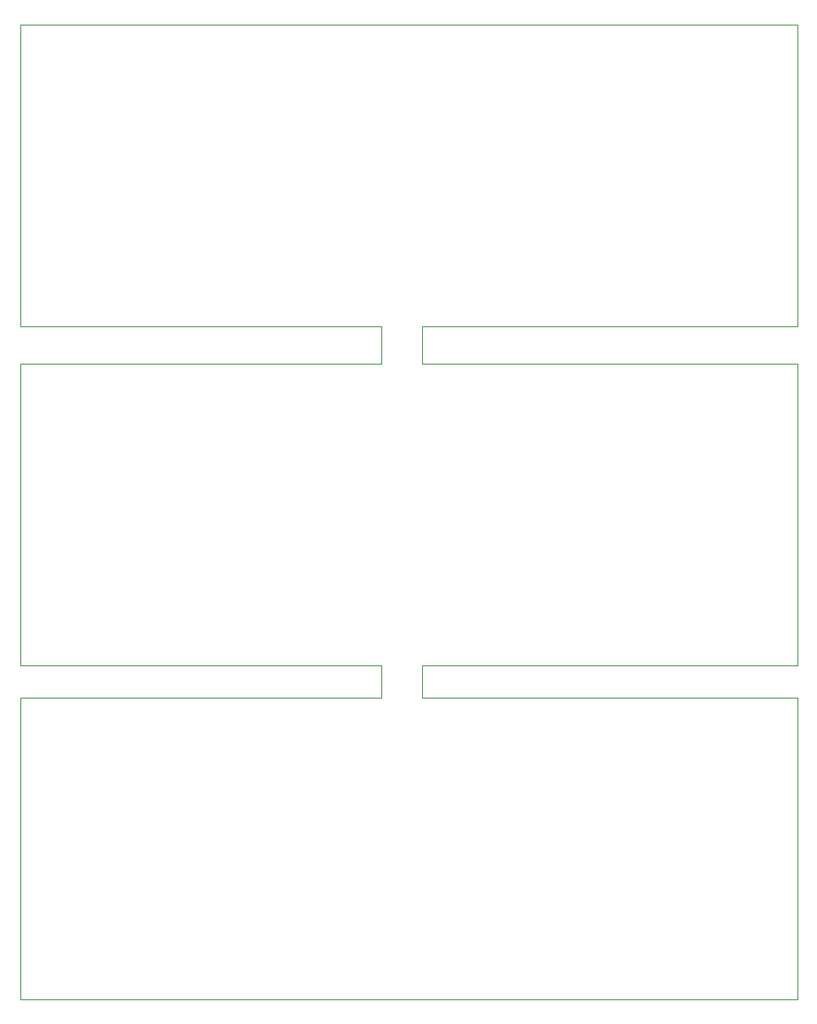
<source format=gbr>
G04 #@! TF.FileFunction,Profile,NP*
%FSLAX46Y46*%
G04 Gerber Fmt 4.6, Leading zero omitted, Abs format (unit mm)*
G04 Created by KiCad (PCBNEW 4.0.4-stable) date Sun Nov  6 18:52:19 2016*
%MOMM*%
%LPD*%
G01*
G04 APERTURE LIST*
%ADD10C,0.100000*%
G04 APERTURE END LIST*
D10*
X68000000Y-89944000D02*
X68000000Y-93218000D01*
X64000000Y-89944000D02*
X64000000Y-93218000D01*
X68000000Y-93218000D02*
X105410000Y-93218000D01*
X68000000Y-56162000D02*
X68000000Y-59944000D01*
X64000000Y-56162000D02*
X64000000Y-59944000D01*
X68000000Y-59944000D02*
X105410000Y-59944000D01*
X105410000Y-93218000D02*
X105410000Y-123218000D01*
X27940000Y-123218000D02*
X105410000Y-123218000D01*
X27940000Y-93218000D02*
X27940000Y-123218000D01*
X27940000Y-93218000D02*
X64000000Y-93218000D01*
X27940000Y-59944000D02*
X64000000Y-59944000D01*
X27940000Y-59944000D02*
X27940000Y-89944000D01*
X27940000Y-89944000D02*
X64000000Y-89944000D01*
X105410000Y-59944000D02*
X105410000Y-89944000D01*
X68000000Y-89944000D02*
X105410000Y-89944000D01*
X68000000Y-56162000D02*
X105410000Y-56162000D01*
X105410000Y-26162000D02*
X105410000Y-56162000D01*
X27940000Y-56162000D02*
X64000000Y-56162000D01*
X27940000Y-26162000D02*
X27940000Y-56162000D01*
X27940000Y-26162000D02*
X105410000Y-26162000D01*
M02*

</source>
